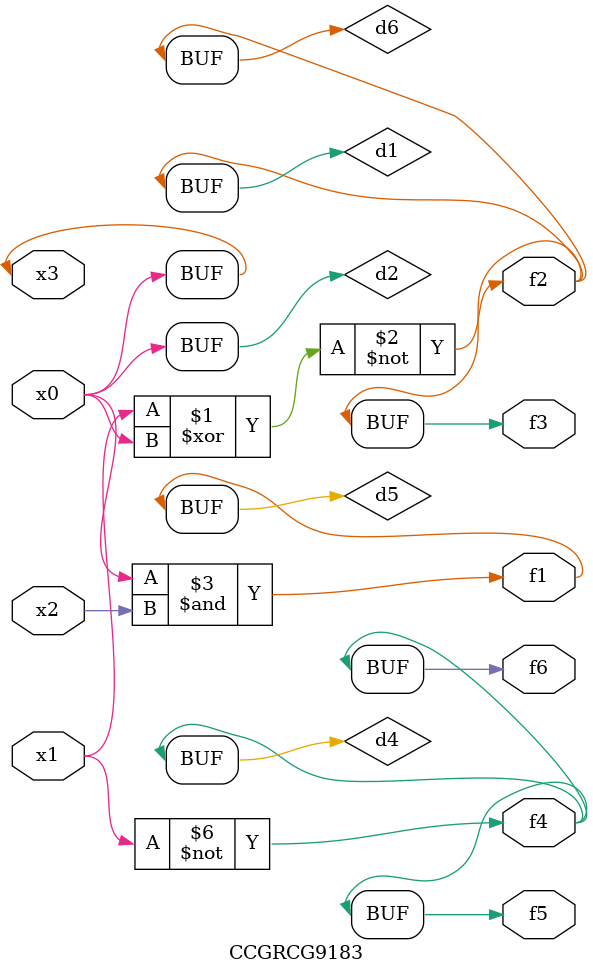
<source format=v>
module CCGRCG9183(
	input x0, x1, x2, x3,
	output f1, f2, f3, f4, f5, f6
);

	wire d1, d2, d3, d4, d5, d6;

	xnor (d1, x1, x3);
	buf (d2, x0, x3);
	nand (d3, x0, x2);
	not (d4, x1);
	nand (d5, d3);
	or (d6, d1);
	assign f1 = d5;
	assign f2 = d6;
	assign f3 = d6;
	assign f4 = d4;
	assign f5 = d4;
	assign f6 = d4;
endmodule

</source>
